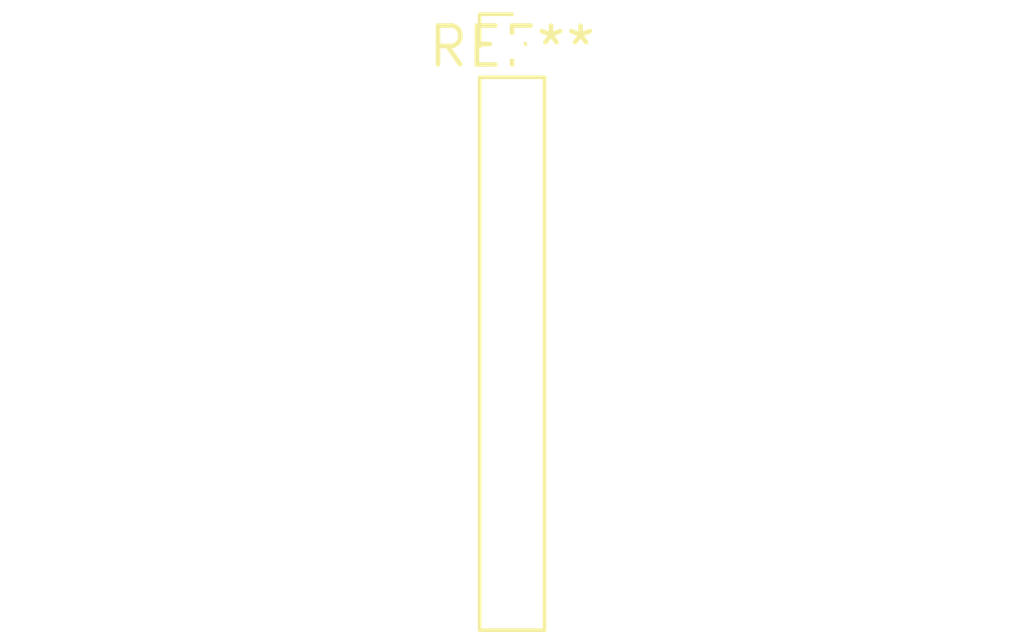
<source format=kicad_pcb>
(kicad_pcb (version 20240108) (generator pcbnew)
  (layers (0 "F.Cu" signal) (31 "B.Cu" signal) (34 "B.Paste" user) (35 "F.Paste" user) (36 "B.SilkS" user "B.Silkscreen") (37 "F.SilkS" user "F.Silkscreen") (38 "B.Mask" user) (39 "F.Mask" user) (44 "Edge.Cuts" user))
  (net 0 "")
  (footprint "PinHeader_1x10_P2.00mm_Vertical" (layer "F.Cu") (at 0 0)
    (property "Reference" "REF**")
    (property "Value" "PinHeader_1x10_P2.00mm_Vertical")
    (fp_line (start -1.06 -1.06) (end 0 -1.06) (layer "F.SilkS") (stroke (width 0.12)))
    (fp_line (start -1.06 0) (end -1.06 -1.06) (layer "F.SilkS") (stroke (width 0.12)))
    (fp_line (start -1.06 1) (end -1.06 19.06) (layer "F.SilkS") (stroke (width 0.12)))
    (fp_line (start -1.06 1) (end 1.06 1) (layer "F.SilkS") (stroke (width 0.12)))
    (fp_line (start -1.06 19.06) (end 1.06 19.06) (layer "F.SilkS") (stroke (width 0.12)))
    (fp_line (start 1.06 1) (end 1.06 19.06) (layer "F.SilkS") (stroke (width 0.12)))
    (pad "1" thru_hole rect (at 0 0) (size 1.35 1.35) (drill 0.8) (layers *.Cu *.Mask) (remove_unused_layers))
    (pad "2" thru_hole oval (at 0 2) (size 1.35 1.35) (drill 0.8) (layers *.Cu *.Mask) (remove_unused_layers))
    (pad "3" thru_hole oval (at 0 4) (size 1.35 1.35) (drill 0.8) (layers *.Cu *.Mask) (remove_unused_layers))
    (pad "4" thru_hole oval (at 0 6) (size 1.35 1.35) (drill 0.8) (layers *.Cu *.Mask) (remove_unused_layers))
    (pad "5" thru_hole oval (at 0 8) (size 1.35 1.35) (drill 0.8) (layers *.Cu *.Mask) (remove_unused_layers))
    (pad "6" thru_hole oval (at 0 10) (size 1.35 1.35) (drill 0.8) (layers *.Cu *.Mask) (remove_unused_layers))
    (pad "7" thru_hole oval (at 0 12) (size 1.35 1.35) (drill 0.8) (layers *.Cu *.Mask) (remove_unused_layers))
    (pad "8" thru_hole oval (at 0 14) (size 1.35 1.35) (drill 0.8) (layers *.Cu *.Mask) (remove_unused_layers))
    (pad "9" thru_hole oval (at 0 16) (size 1.35 1.35) (drill 0.8) (layers *.Cu *.Mask) (remove_unused_layers))
    (pad "10" thru_hole oval (at 0 18) (size 1.35 1.35) (drill 0.8) (layers *.Cu *.Mask) (remove_unused_layers))
  )
)
</source>
